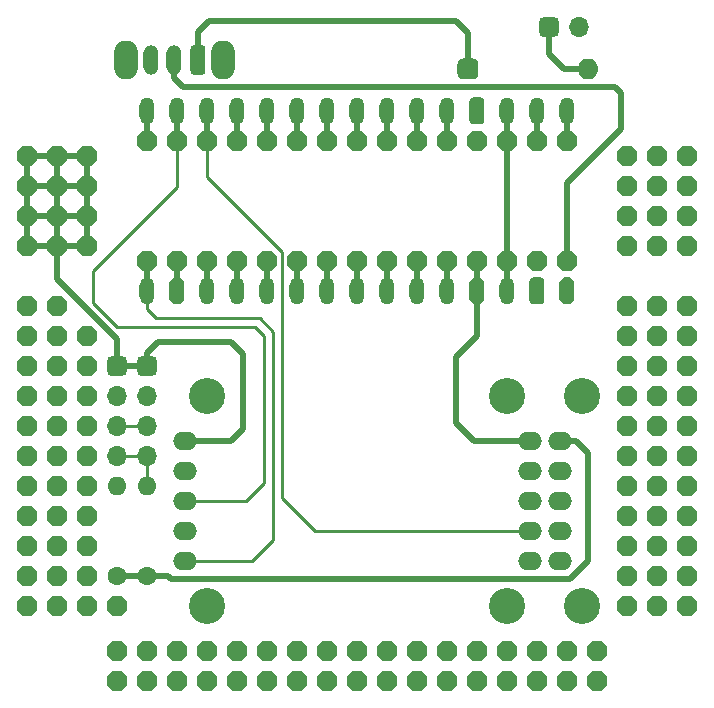
<source format=gbr>
%TF.GenerationSoftware,KiCad,Pcbnew,7.0.5-7.0.5~ubuntu22.04.1*%
%TF.CreationDate,2023-06-19T14:09:01+05:30*%
%TF.ProjectId,BagTag,42616754-6167-42e6-9b69-6361645f7063,v3*%
%TF.SameCoordinates,Original*%
%TF.FileFunction,Copper,L1,Top*%
%TF.FilePolarity,Positive*%
%FSLAX46Y46*%
G04 Gerber Fmt 4.6, Leading zero omitted, Abs format (unit mm)*
G04 Created by KiCad (PCBNEW 7.0.5-7.0.5~ubuntu22.04.1) date 2023-06-19 14:09:01*
%MOMM*%
%LPD*%
G01*
G04 APERTURE LIST*
G04 Aperture macros list*
%AMRoundRect*
0 Rectangle with rounded corners*
0 $1 Rounding radius*
0 $2 $3 $4 $5 $6 $7 $8 $9 X,Y pos of 4 corners*
0 Add a 4 corners polygon primitive as box body*
4,1,4,$2,$3,$4,$5,$6,$7,$8,$9,$2,$3,0*
0 Add four circle primitives for the rounded corners*
1,1,$1+$1,$2,$3*
1,1,$1+$1,$4,$5*
1,1,$1+$1,$6,$7*
1,1,$1+$1,$8,$9*
0 Add four rect primitives between the rounded corners*
20,1,$1+$1,$2,$3,$4,$5,0*
20,1,$1+$1,$4,$5,$6,$7,0*
20,1,$1+$1,$6,$7,$8,$9,0*
20,1,$1+$1,$8,$9,$2,$3,0*%
%AMOutline5P*
0 Free polygon, 5 corners , with rotation*
0 The origin of the aperture is its center*
0 number of corners: always 5*
0 $1 to $10 corner X, Y*
0 $11 Rotation angle, in degrees counterclockwise*
0 create outline with 5 corners*
4,1,5,$1,$2,$3,$4,$5,$6,$7,$8,$9,$10,$1,$2,$11*%
%AMOutline6P*
0 Free polygon, 6 corners , with rotation*
0 The origin of the aperture is its center*
0 number of corners: always 6*
0 $1 to $12 corner X, Y*
0 $13 Rotation angle, in degrees counterclockwise*
0 create outline with 6 corners*
4,1,6,$1,$2,$3,$4,$5,$6,$7,$8,$9,$10,$11,$12,$1,$2,$13*%
%AMOutline7P*
0 Free polygon, 7 corners , with rotation*
0 The origin of the aperture is its center*
0 number of corners: always 7*
0 $1 to $14 corner X, Y*
0 $15 Rotation angle, in degrees counterclockwise*
0 create outline with 7 corners*
4,1,7,$1,$2,$3,$4,$5,$6,$7,$8,$9,$10,$11,$12,$13,$14,$1,$2,$15*%
%AMOutline8P*
0 Free polygon, 8 corners , with rotation*
0 The origin of the aperture is its center*
0 number of corners: always 8*
0 $1 to $16 corner X, Y*
0 $17 Rotation angle, in degrees counterclockwise*
0 create outline with 8 corners*
4,1,8,$1,$2,$3,$4,$5,$6,$7,$8,$9,$10,$11,$12,$13,$14,$15,$16,$1,$2,$17*%
G04 Aperture macros list end*
%TA.AperFunction,ComponentPad*%
%ADD10Outline8P,-0.850000X0.340000X-0.340000X0.850000X0.340000X0.850000X0.850000X0.340000X0.850000X-0.340000X0.340000X-0.850000X-0.340000X-0.850000X-0.850000X-0.340000X180.000000*%
%TD*%
%TA.AperFunction,ComponentPad*%
%ADD11Outline8P,-0.850000X0.340000X-0.340000X0.850000X0.340000X0.850000X0.850000X0.340000X0.850000X-0.340000X0.340000X-0.850000X-0.340000X-0.850000X-0.850000X-0.340000X270.000000*%
%TD*%
%TA.AperFunction,WasherPad*%
%ADD12C,3.048000*%
%TD*%
%TA.AperFunction,ComponentPad*%
%ADD13O,2.032000X1.524000*%
%TD*%
%TA.AperFunction,ComponentPad*%
%ADD14RoundRect,0.425000X-0.425000X0.425000X-0.425000X-0.425000X0.425000X-0.425000X0.425000X0.425000X0*%
%TD*%
%TA.AperFunction,ComponentPad*%
%ADD15O,1.700000X1.700000*%
%TD*%
%TA.AperFunction,ComponentPad*%
%ADD16RoundRect,0.425000X-0.425000X-0.425000X0.425000X-0.425000X0.425000X0.425000X-0.425000X0.425000X0*%
%TD*%
%TA.AperFunction,ComponentPad*%
%ADD17C,1.600000*%
%TD*%
%TA.AperFunction,ComponentPad*%
%ADD18O,1.600000X1.600000*%
%TD*%
%TA.AperFunction,ComponentPad*%
%ADD19Outline8P,-0.850000X0.340000X-0.340000X0.850000X0.340000X0.850000X0.850000X0.340000X0.850000X-0.340000X0.340000X-0.850000X-0.340000X-0.850000X-0.850000X-0.340000X0.000000*%
%TD*%
%TA.AperFunction,ComponentPad*%
%ADD20Outline8P,-1.143000X0.254000X-0.762000X0.635000X0.762000X0.635000X1.143000X0.254000X1.143000X-0.254000X0.762000X-0.635000X-0.762000X-0.635000X-1.143000X-0.254000X270.000000*%
%TD*%
%TA.AperFunction,ComponentPad*%
%ADD21O,1.270000X2.286000*%
%TD*%
%TA.AperFunction,ComponentPad*%
%ADD22RoundRect,0.317500X-0.317500X0.825500X-0.317500X-0.825500X0.317500X-0.825500X0.317500X0.825500X0*%
%TD*%
%TA.AperFunction,ComponentPad*%
%ADD23O,2.032000X3.302000*%
%TD*%
%TA.AperFunction,ComponentPad*%
%ADD24RoundRect,0.317500X-0.317500X-0.952500X0.317500X-0.952500X0.317500X0.952500X-0.317500X0.952500X0*%
%TD*%
%TA.AperFunction,ComponentPad*%
%ADD25O,1.270000X2.540000*%
%TD*%
%TA.AperFunction,ComponentPad*%
%ADD26RoundRect,0.444500X-0.444500X-0.444500X0.444500X-0.444500X0.444500X0.444500X-0.444500X0.444500X0*%
%TD*%
%TA.AperFunction,ComponentPad*%
%ADD27O,1.778000X1.778000*%
%TD*%
%TA.AperFunction,Conductor*%
%ADD28C,0.254000*%
%TD*%
%TA.AperFunction,Conductor*%
%ADD29C,0.508000*%
%TD*%
G04 APERTURE END LIST*
D10*
%TO.P,J242,1,Pin_1*%
%TO.N,/GND*%
X105410000Y-71120000D03*
%TD*%
%TO.P,J234,1,Pin_1*%
%TO.N,/GND*%
X107950000Y-63500000D03*
%TD*%
D11*
%TO.P,J155,1,Pin_1*%
%TO.N,unconnected-(J155-Pin_1-Pad1)*%
X72390000Y-107950000D03*
%TD*%
D10*
%TO.P,J189,1,Pin_1*%
%TO.N,unconnected-(J189-Pin_1-Pad1)*%
X57150000Y-91440000D03*
%TD*%
D11*
%TO.P,J175,1,Pin_1*%
%TO.N,unconnected-(J175-Pin_1-Pad1)*%
X97790000Y-107950000D03*
%TD*%
D10*
%TO.P,J225,1,Pin_1*%
%TO.N,/5V*%
X57150000Y-66040000D03*
%TD*%
%TO.P,J142,1,Pin_1*%
%TO.N,unconnected-(J142-Pin_1-Pad1)*%
X107950000Y-81280000D03*
%TD*%
%TO.P,J186,1,Pin_1*%
%TO.N,unconnected-(J186-Pin_1-Pad1)*%
X57150000Y-83820000D03*
%TD*%
%TO.P,J144,1,Pin_1*%
%TO.N,unconnected-(J144-Pin_1-Pad1)*%
X107950000Y-86360000D03*
%TD*%
D11*
%TO.P,J154,1,Pin_1*%
%TO.N,unconnected-(J154-Pin_1-Pad1)*%
X69850000Y-107950000D03*
%TD*%
D10*
%TO.P,J226,1,Pin_1*%
%TO.N,/5V*%
X52070000Y-68580000D03*
%TD*%
%TO.P,J137,1,Pin_1*%
%TO.N,unconnected-(J137-Pin_1-Pad1)*%
X105410000Y-93980000D03*
%TD*%
%TO.P,J149,1,Pin_1*%
%TO.N,unconnected-(J149-Pin_1-Pad1)*%
X107950000Y-99060000D03*
%TD*%
%TO.P,J237,1,Pin_1*%
%TO.N,/GND*%
X107950000Y-66040000D03*
%TD*%
%TO.P,J140,1,Pin_1*%
%TO.N,unconnected-(J140-Pin_1-Pad1)*%
X107950000Y-76200000D03*
%TD*%
%TO.P,J132,1,Pin_1*%
%TO.N,unconnected-(J132-Pin_1-Pad1)*%
X105410000Y-81280000D03*
%TD*%
D11*
%TO.P,J158,1,Pin_1*%
%TO.N,unconnected-(J158-Pin_1-Pad1)*%
X80010000Y-107950000D03*
%TD*%
D10*
%TO.P,J111,1,Pin_1*%
%TO.N,unconnected-(J111-Pin_1-Pad1)*%
X54610000Y-78740000D03*
%TD*%
%TO.P,J124,1,Pin_1*%
%TO.N,unconnected-(J124-Pin_1-Pad1)*%
X102870000Y-86360000D03*
%TD*%
D11*
%TO.P,J174,1,Pin_1*%
%TO.N,unconnected-(J174-Pin_1-Pad1)*%
X95250000Y-107950000D03*
%TD*%
D10*
%TO.P,J143,1,Pin_1*%
%TO.N,unconnected-(J143-Pin_1-Pad1)*%
X107950000Y-83820000D03*
%TD*%
%TO.P,J145,1,Pin_1*%
%TO.N,unconnected-(J145-Pin_1-Pad1)*%
X107950000Y-88900000D03*
%TD*%
%TO.P,J236,1,Pin_1*%
%TO.N,/GND*%
X105410000Y-66040000D03*
%TD*%
%TO.P,J232,1,Pin_1*%
%TO.N,/GND*%
X102870000Y-63500000D03*
%TD*%
%TO.P,J133,1,Pin_1*%
%TO.N,unconnected-(J133-Pin_1-Pad1)*%
X105410000Y-83820000D03*
%TD*%
%TO.P,J148,1,Pin_1*%
%TO.N,unconnected-(J148-Pin_1-Pad1)*%
X107950000Y-96520000D03*
%TD*%
D11*
%TO.P,J196,1,Pin_1*%
%TO.N,unconnected-(J196-Pin_1-Pad1)*%
X59690000Y-101600000D03*
%TD*%
%TO.P,J160,1,Pin_1*%
%TO.N,unconnected-(J160-Pin_1-Pad1)*%
X59690000Y-105410000D03*
%TD*%
D12*
%TO.P,LED2,*%
%TO.N,*%
X99060000Y-83820000D03*
X99060000Y-101600000D03*
D13*
%TO.P,LED2,CLK,CLK*%
%TO.N,/SCK*%
X97155000Y-97790000D03*
%TO.P,LED2,CS,CS*%
%TO.N,/D10*%
X97155000Y-95250000D03*
%TO.P,LED2,DIN,DIN*%
%TO.N,/DOUT*%
X97155000Y-92710000D03*
%TO.P,LED2,GND,GND*%
%TO.N,/GND*%
X97155000Y-90170000D03*
%TO.P,LED2,VCC,VCC*%
%TO.N,/5V*%
X97155000Y-87630000D03*
%TD*%
D10*
%TO.P,J233,1,Pin_1*%
%TO.N,/GND*%
X105410000Y-63500000D03*
%TD*%
%TO.P,J128,1,Pin_1*%
%TO.N,unconnected-(J128-Pin_1-Pad1)*%
X102870000Y-96520000D03*
%TD*%
D11*
%TO.P,J164,1,Pin_1*%
%TO.N,unconnected-(J164-Pin_1-Pad1)*%
X69850000Y-105410000D03*
%TD*%
D10*
%TO.P,J102,1,Pin_1*%
%TO.N,unconnected-(J102-Pin_1-Pad1)*%
X52070000Y-81280000D03*
%TD*%
%TO.P,J230,1,Pin_1*%
%TO.N,/5V*%
X54610000Y-71120000D03*
%TD*%
D11*
%TO.P,J173,1,Pin_1*%
%TO.N,unconnected-(J173-Pin_1-Pad1)*%
X92710000Y-107950000D03*
%TD*%
D10*
%TO.P,J109,1,Pin_1*%
%TO.N,unconnected-(J109-Pin_1-Pad1)*%
X52070000Y-99060000D03*
%TD*%
%TO.P,J108,1,Pin_1*%
%TO.N,unconnected-(J108-Pin_1-Pad1)*%
X52070000Y-96520000D03*
%TD*%
%TO.P,J235,1,Pin_1*%
%TO.N,/GND*%
X102870000Y-66040000D03*
%TD*%
%TO.P,J227,1,Pin_1*%
%TO.N,/5V*%
X54610000Y-68580000D03*
%TD*%
D11*
%TO.P,J165,1,Pin_1*%
%TO.N,unconnected-(J165-Pin_1-Pad1)*%
X72390000Y-105410000D03*
%TD*%
D10*
%TO.P,J134,1,Pin_1*%
%TO.N,unconnected-(J134-Pin_1-Pad1)*%
X105410000Y-86360000D03*
%TD*%
D11*
%TO.P,J194,1,Pin_1*%
%TO.N,unconnected-(J194-Pin_1-Pad1)*%
X54610000Y-101600000D03*
%TD*%
%TO.P,J169,1,Pin_1*%
%TO.N,unconnected-(J169-Pin_1-Pad1)*%
X82550000Y-105410000D03*
%TD*%
D14*
%TO.P,BT1,1,+*%
%TO.N,/9V*%
X96256000Y-52578000D03*
D15*
%TO.P,BT1,2,-*%
%TO.N,/GND*%
X98796000Y-52578000D03*
%TD*%
D11*
%TO.P,J162,1,Pin_1*%
%TO.N,unconnected-(J162-Pin_1-Pad1)*%
X64769999Y-105410000D03*
%TD*%
D10*
%TO.P,J198,1,Pin_1*%
%TO.N,unconnected-(J198-Pin_1-Pad1)*%
X105410000Y-101600000D03*
%TD*%
%TO.P,J231,1,Pin_1*%
%TO.N,/5V*%
X57150000Y-71120000D03*
%TD*%
%TO.P,J191,1,Pin_1*%
%TO.N,unconnected-(J191-Pin_1-Pad1)*%
X57150000Y-96520000D03*
%TD*%
D11*
%TO.P,J172,1,Pin_1*%
%TO.N,unconnected-(J172-Pin_1-Pad1)*%
X90169999Y-107950000D03*
%TD*%
D10*
%TO.P,J138,1,Pin_1*%
%TO.N,unconnected-(J138-Pin_1-Pad1)*%
X105410000Y-96520000D03*
%TD*%
%TO.P,J113,1,Pin_1*%
%TO.N,unconnected-(J113-Pin_1-Pad1)*%
X54610000Y-83820000D03*
%TD*%
%TO.P,J135,1,Pin_1*%
%TO.N,unconnected-(J135-Pin_1-Pad1)*%
X105410000Y-88900000D03*
%TD*%
D16*
%TO.P,J2,1,Pin_1*%
%TO.N,/5V*%
X59690000Y-81280000D03*
D15*
%TO.P,J2,2,Pin_2*%
%TO.N,/GND*%
X59690000Y-83820000D03*
%TO.P,J2,3,Pin_3*%
%TO.N,/SDA*%
X59690000Y-86360000D03*
%TO.P,J2,4,Pin_4*%
%TO.N,/SCL*%
X59690000Y-88900000D03*
%TD*%
D10*
%TO.P,J223,1,Pin_1*%
%TO.N,/5V*%
X52070000Y-66040000D03*
%TD*%
D12*
%TO.P,LED1,*%
%TO.N,*%
X67310000Y-83820000D03*
X67310000Y-101600000D03*
X92710000Y-83820000D03*
X92710000Y-101600000D03*
D13*
%TO.P,LED1,CLK,CLK*%
%TO.N,/SCK*%
X65405000Y-97790000D03*
X94615000Y-97790000D03*
%TO.P,LED1,CS,CS*%
%TO.N,/D10*%
X65405000Y-95250000D03*
X94615000Y-95250000D03*
%TO.P,LED1,DIN,DIN*%
%TO.N,/MOSI*%
X65405000Y-92710000D03*
%TO.P,LED1,DOUT,DOUT*%
%TO.N,/DOUT*%
X94615000Y-92710000D03*
%TO.P,LED1,GND,GND*%
%TO.N,/GND*%
X65405000Y-90170000D03*
X94615000Y-90170000D03*
%TO.P,LED1,VCC,VCC*%
%TO.N,/5V*%
X65405000Y-87630000D03*
X94615000Y-87630000D03*
%TD*%
D11*
%TO.P,J171,1,Pin_1*%
%TO.N,unconnected-(J171-Pin_1-Pad1)*%
X87630000Y-107950000D03*
%TD*%
D10*
%TO.P,J106,1,Pin_1*%
%TO.N,unconnected-(J106-Pin_1-Pad1)*%
X52070000Y-91440000D03*
%TD*%
D11*
%TO.P,J153,1,Pin_1*%
%TO.N,unconnected-(J153-Pin_1-Pad1)*%
X67310000Y-107950000D03*
%TD*%
D10*
%TO.P,J121,1,Pin_1*%
%TO.N,unconnected-(J121-Pin_1-Pad1)*%
X102870000Y-78740000D03*
%TD*%
%TO.P,J107,1,Pin_1*%
%TO.N,unconnected-(J107-Pin_1-Pad1)*%
X52070000Y-93980000D03*
%TD*%
D16*
%TO.P,J1,1,Pin_1*%
%TO.N,/5V*%
X62230000Y-81280000D03*
D15*
%TO.P,J1,2,Pin_2*%
%TO.N,/GND*%
X62230000Y-83820000D03*
%TO.P,J1,3,Pin_3*%
%TO.N,/SDA*%
X62230000Y-86360000D03*
%TO.P,J1,4,Pin_4*%
%TO.N,/SCL*%
X62230000Y-88900000D03*
%TD*%
D10*
%TO.P,J221,1,Pin_1*%
%TO.N,/5V*%
X54610000Y-63500000D03*
%TD*%
%TO.P,J127,1,Pin_1*%
%TO.N,unconnected-(J127-Pin_1-Pad1)*%
X102870000Y-93980000D03*
%TD*%
D11*
%TO.P,J176,1,Pin_1*%
%TO.N,unconnected-(J176-Pin_1-Pad1)*%
X85090000Y-105410000D03*
%TD*%
D10*
%TO.P,J229,1,Pin_1*%
%TO.N,/5V*%
X52070000Y-71120000D03*
%TD*%
%TO.P,J222,1,Pin_1*%
%TO.N,/5V*%
X57150000Y-63500000D03*
%TD*%
%TO.P,J192,1,Pin_1*%
%TO.N,unconnected-(J192-Pin_1-Pad1)*%
X57150000Y-99060000D03*
%TD*%
D11*
%TO.P,J178,1,Pin_1*%
%TO.N,unconnected-(J178-Pin_1-Pad1)*%
X90169999Y-105410000D03*
%TD*%
D10*
%TO.P,J125,1,Pin_1*%
%TO.N,unconnected-(J125-Pin_1-Pad1)*%
X102870000Y-88900000D03*
%TD*%
%TO.P,J117,1,Pin_1*%
%TO.N,unconnected-(J117-Pin_1-Pad1)*%
X54610000Y-93980000D03*
%TD*%
%TO.P,J100,1,Pin_1*%
%TO.N,unconnected-(J100-Pin_1-Pad1)*%
X52070000Y-76200000D03*
%TD*%
%TO.P,J184,1,Pin_1*%
%TO.N,unconnected-(J184-Pin_1-Pad1)*%
X57150000Y-78740000D03*
%TD*%
D11*
%TO.P,J170,1,Pin_1*%
%TO.N,unconnected-(J170-Pin_1-Pad1)*%
X85090000Y-107950000D03*
%TD*%
D10*
%TO.P,J110,1,Pin_1*%
%TO.N,unconnected-(J110-Pin_1-Pad1)*%
X54610000Y-76200000D03*
%TD*%
D11*
%TO.P,J151,1,Pin_1*%
%TO.N,unconnected-(J151-Pin_1-Pad1)*%
X62230000Y-107950000D03*
%TD*%
%TO.P,J167,1,Pin_1*%
%TO.N,unconnected-(J167-Pin_1-Pad1)*%
X77470001Y-105410000D03*
%TD*%
%TO.P,J193,1,Pin_1*%
%TO.N,unconnected-(J193-Pin_1-Pad1)*%
X52070000Y-101600000D03*
%TD*%
%TO.P,J157,1,Pin_1*%
%TO.N,unconnected-(J157-Pin_1-Pad1)*%
X77470001Y-107950000D03*
%TD*%
D10*
%TO.P,J123,1,Pin_1*%
%TO.N,unconnected-(J123-Pin_1-Pad1)*%
X102870000Y-83820000D03*
%TD*%
%TO.P,J187,1,Pin_1*%
%TO.N,unconnected-(J187-Pin_1-Pad1)*%
X57150000Y-86360000D03*
%TD*%
%TO.P,J182,1,Pin_1*%
%TO.N,unconnected-(J182-Pin_1-Pad1)*%
X100330000Y-105410000D03*
%TD*%
%TO.P,J220,1,Pin_1*%
%TO.N,/5V*%
X52070000Y-63500000D03*
%TD*%
D11*
%TO.P,J177,1,Pin_1*%
%TO.N,unconnected-(J177-Pin_1-Pad1)*%
X87630000Y-105410000D03*
%TD*%
D17*
%TO.P,R2,1*%
%TO.N,/5V*%
X62230000Y-99060000D03*
D18*
%TO.P,R2,2*%
%TO.N,/SCL*%
X62230000Y-91440000D03*
%TD*%
D10*
%TO.P,J243,1,Pin_1*%
%TO.N,/GND*%
X107950000Y-71120000D03*
%TD*%
%TO.P,J115,1,Pin_1*%
%TO.N,unconnected-(J115-Pin_1-Pad1)*%
X54610000Y-88900000D03*
%TD*%
%TO.P,J199,1,Pin_1*%
%TO.N,unconnected-(J199-Pin_1-Pad1)*%
X107950000Y-101600000D03*
%TD*%
%TO.P,J188,1,Pin_1*%
%TO.N,unconnected-(J188-Pin_1-Pad1)*%
X57150000Y-88900000D03*
%TD*%
%TO.P,J147,1,Pin_1*%
%TO.N,unconnected-(J147-Pin_1-Pad1)*%
X107950000Y-93980000D03*
%TD*%
D19*
%TO.P,J179,1,Pin_1*%
%TO.N,unconnected-(J179-Pin_1-Pad1)*%
X92710000Y-105410000D03*
%TD*%
D10*
%TO.P,J141,1,Pin_1*%
%TO.N,unconnected-(J141-Pin_1-Pad1)*%
X107950000Y-78740000D03*
%TD*%
D19*
%TO.P,J163,1,Pin_1*%
%TO.N,unconnected-(J163-Pin_1-Pad1)*%
X67310000Y-105410000D03*
%TD*%
D10*
%TO.P,J139,1,Pin_1*%
%TO.N,unconnected-(J139-Pin_1-Pad1)*%
X105410000Y-99060000D03*
%TD*%
%TO.P,J118,1,Pin_1*%
%TO.N,unconnected-(J118-Pin_1-Pad1)*%
X54610000Y-96520000D03*
%TD*%
%TO.P,J112,1,Pin_1*%
%TO.N,unconnected-(J112-Pin_1-Pad1)*%
X54610000Y-81280000D03*
%TD*%
%TO.P,J116,1,Pin_1*%
%TO.N,unconnected-(J116-Pin_1-Pad1)*%
X54610000Y-91440000D03*
%TD*%
%TO.P,J185,1,Pin_1*%
%TO.N,unconnected-(J185-Pin_1-Pad1)*%
X57150000Y-81280000D03*
%TD*%
%TO.P,J120,1,Pin_1*%
%TO.N,unconnected-(J120-Pin_1-Pad1)*%
X102870000Y-76200000D03*
%TD*%
D11*
%TO.P,J195,1,Pin_1*%
%TO.N,unconnected-(J195-Pin_1-Pad1)*%
X57149999Y-101600000D03*
%TD*%
%TO.P,J197,1,Pin_1*%
%TO.N,unconnected-(J197-Pin_1-Pad1)*%
X102870000Y-101600000D03*
%TD*%
D19*
%TO.P,J181,1,Pin_1*%
%TO.N,unconnected-(J181-Pin_1-Pad1)*%
X97790000Y-105410000D03*
%TD*%
D11*
%TO.P,J180,1,Pin_1*%
%TO.N,unconnected-(J180-Pin_1-Pad1)*%
X95250000Y-105410000D03*
%TD*%
D20*
%TO.P,U1,3V3,3.3V*%
%TO.N,/3V3*%
X64770000Y-74930000D03*
%TO.P,U1,5V,5V*%
%TO.N,/5V*%
X90170000Y-74930000D03*
D21*
%TO.P,U1,A0,A0*%
%TO.N,/A0*%
X69850000Y-74930000D03*
%TO.P,U1,A1,A1*%
%TO.N,/A1*%
X72390000Y-74930000D03*
%TO.P,U1,A2,A2*%
%TO.N,/A2*%
X74930000Y-74930000D03*
%TO.P,U1,A3,A3*%
%TO.N,/A3*%
X77470000Y-74930000D03*
%TO.P,U1,A4,A4/SDA*%
%TO.N,/SDA*%
X80010000Y-74930000D03*
%TO.P,U1,A5,A5/SCL*%
%TO.N,/SCL*%
X82550000Y-74930000D03*
%TO.P,U1,A6,A6*%
%TO.N,/A6*%
X85090000Y-74930000D03*
%TO.P,U1,A7,A7*%
%TO.N,/A7*%
X87630000Y-74930000D03*
%TO.P,U1,AREF,AREF*%
%TO.N,/AREF*%
X67310000Y-74930000D03*
%TO.P,U1,D0,D0/RX*%
%TO.N,/D0*%
X95250000Y-59690000D03*
%TO.P,U1,D1,D1/TX*%
%TO.N,/D1*%
X97790000Y-59690000D03*
%TO.P,U1,D2,D2_INT0*%
%TO.N,/D2*%
X87630000Y-59690000D03*
%TO.P,U1,D3,D3_INT1*%
%TO.N,/D3*%
X85090000Y-59690000D03*
%TO.P,U1,D4,D4*%
%TO.N,/D4*%
X82550000Y-59690000D03*
%TO.P,U1,D5,D5*%
%TO.N,/D5*%
X80010000Y-59690000D03*
%TO.P,U1,D6,D6*%
%TO.N,/D6*%
X77470000Y-59690000D03*
%TO.P,U1,D7,D7*%
%TO.N,/D7*%
X74930000Y-59690000D03*
%TO.P,U1,D8,D8*%
%TO.N,/D8*%
X72390000Y-59690000D03*
%TO.P,U1,D9,D9*%
%TO.N,/D9*%
X69850000Y-59690000D03*
%TO.P,U1,D10,D10*%
%TO.N,/D10*%
X67310000Y-59690000D03*
%TO.P,U1,D11,D11_MOSI*%
%TO.N,/MOSI*%
X64770000Y-59690000D03*
%TO.P,U1,D12,D12_MISO*%
%TO.N,/MISO*%
X62230000Y-59690000D03*
%TO.P,U1,D13,D13_SCK*%
%TO.N,/SCK*%
X62230000Y-74930000D03*
D22*
%TO.P,U1,GND1,GND*%
%TO.N,/GND*%
X90170000Y-59690000D03*
%TO.P,U1,GND2,GND*%
X95250000Y-74930000D03*
D21*
%TO.P,U1,RST1,RESET*%
%TO.N,/RST1*%
X92710000Y-59690000D03*
%TO.P,U1,RST2,RESET*%
X92710000Y-74930000D03*
D20*
%TO.P,U1,VIN,VIN*%
%TO.N,/VIN*%
X97790000Y-74930000D03*
%TD*%
D11*
%TO.P,J150,1,Pin_1*%
%TO.N,unconnected-(J150-Pin_1-Pad1)*%
X59690000Y-107950000D03*
%TD*%
D10*
%TO.P,J238,1,Pin_1*%
%TO.N,/GND*%
X102870000Y-68580000D03*
%TD*%
%TO.P,J122,1,Pin_1*%
%TO.N,unconnected-(J122-Pin_1-Pad1)*%
X102870000Y-81280000D03*
%TD*%
%TO.P,J183,1,Pin_1*%
%TO.N,unconnected-(J183-Pin_1-Pad1)*%
X100330000Y-107950000D03*
%TD*%
%TO.P,J126,1,Pin_1*%
%TO.N,unconnected-(J126-Pin_1-Pad1)*%
X102870000Y-91440000D03*
%TD*%
%TO.P,J103,1,Pin_1*%
%TO.N,unconnected-(J103-Pin_1-Pad1)*%
X52070000Y-83820000D03*
%TD*%
%TO.P,J131,1,Pin_1*%
%TO.N,unconnected-(J131-Pin_1-Pad1)*%
X105410000Y-78740000D03*
%TD*%
%TO.P,J136,1,Pin_1*%
%TO.N,unconnected-(J136-Pin_1-Pad1)*%
X105410000Y-91440000D03*
%TD*%
D23*
%TO.P,SW1,*%
%TO.N,*%
X68648000Y-55372000D03*
X60448000Y-55372000D03*
D24*
%TO.P,SW1,1,A*%
%TO.N,/8V3*%
X66548000Y-55372000D03*
D25*
%TO.P,SW1,2,B*%
%TO.N,/VIN*%
X64548000Y-55372000D03*
%TO.P,SW1,3*%
%TO.N,N/C*%
X62548000Y-55372000D03*
%TD*%
D10*
%TO.P,J114,1,Pin_1*%
%TO.N,unconnected-(J114-Pin_1-Pad1)*%
X54610000Y-86360000D03*
%TD*%
%TO.P,J104,1,Pin_1*%
%TO.N,unconnected-(J104-Pin_1-Pad1)*%
X52070000Y-86360000D03*
%TD*%
%TO.P,J228,1,Pin_1*%
%TO.N,/5V*%
X57150000Y-68580000D03*
%TD*%
D11*
%TO.P,J156,1,Pin_1*%
%TO.N,unconnected-(J156-Pin_1-Pad1)*%
X74930000Y-107950000D03*
%TD*%
D10*
%TO.P,J130,1,Pin_1*%
%TO.N,unconnected-(J130-Pin_1-Pad1)*%
X105410000Y-76200000D03*
%TD*%
%TO.P,J119,1,Pin_1*%
%TO.N,unconnected-(J119-Pin_1-Pad1)*%
X54610000Y-99060000D03*
%TD*%
D11*
%TO.P,J152,1,Pin_1*%
%TO.N,unconnected-(J152-Pin_1-Pad1)*%
X64769999Y-107950000D03*
%TD*%
%TO.P,J168,1,Pin_1*%
%TO.N,unconnected-(J168-Pin_1-Pad1)*%
X80010000Y-105410000D03*
%TD*%
%TO.P,J166,1,Pin_1*%
%TO.N,unconnected-(J166-Pin_1-Pad1)*%
X74930000Y-105410000D03*
%TD*%
D10*
%TO.P,J241,1,Pin_1*%
%TO.N,/GND*%
X102870000Y-71120000D03*
%TD*%
%TO.P,J239,1,Pin_1*%
%TO.N,/GND*%
X105410000Y-68580000D03*
%TD*%
%TO.P,J105,1,Pin_1*%
%TO.N,unconnected-(J105-Pin_1-Pad1)*%
X52070000Y-88900000D03*
%TD*%
%TO.P,J101,1,Pin_1*%
%TO.N,unconnected-(J101-Pin_1-Pad1)*%
X52070000Y-78740000D03*
%TD*%
%TO.P,J129,1,Pin_1*%
%TO.N,unconnected-(J129-Pin_1-Pad1)*%
X102870000Y-99060000D03*
%TD*%
D11*
%TO.P,J161,1,Pin_1*%
%TO.N,unconnected-(J161-Pin_1-Pad1)*%
X62230000Y-105410000D03*
%TD*%
D26*
%TO.P,D1,1,K*%
%TO.N,/8V3*%
X89408000Y-56134000D03*
D27*
%TO.P,D1,2,A*%
%TO.N,/9V*%
X99568000Y-56134000D03*
%TD*%
D10*
%TO.P,J224,1,Pin_1*%
%TO.N,/5V*%
X54610000Y-66040000D03*
%TD*%
D17*
%TO.P,R1,1*%
%TO.N,/5V*%
X59690000Y-99060000D03*
D18*
%TO.P,R1,2*%
%TO.N,/SDA*%
X59690000Y-91440000D03*
%TD*%
D11*
%TO.P,J159,1,Pin_1*%
%TO.N,unconnected-(J159-Pin_1-Pad1)*%
X82550000Y-107950000D03*
%TD*%
D10*
%TO.P,J190,1,Pin_1*%
%TO.N,unconnected-(J190-Pin_1-Pad1)*%
X57150000Y-93980000D03*
%TD*%
%TO.P,J240,1,Pin_1*%
%TO.N,/GND*%
X107950000Y-68580000D03*
%TD*%
%TO.P,J146,1,Pin_1*%
%TO.N,unconnected-(J146-Pin_1-Pad1)*%
X107950000Y-91440000D03*
%TD*%
D11*
%TO.P,J10,1,Pin_1*%
%TO.N,/D2*%
X87630000Y-62230000D03*
%TD*%
%TO.P,J25,1,Pin_1*%
%TO.N,/D1*%
X97790000Y-62230000D03*
%TD*%
%TO.P,J18,1,Pin_1*%
%TO.N,/D10*%
X67310000Y-62230000D03*
%TD*%
%TO.P,J35,1,Pin_1*%
%TO.N,/VIN*%
X97790000Y-72390000D03*
%TD*%
%TO.P,J32,1,Pin_1*%
%TO.N,/A1*%
X72390000Y-72390000D03*
%TD*%
%TO.P,J24,1,Pin_1*%
%TO.N,/D0*%
X95250000Y-62230000D03*
%TD*%
%TO.P,J13,1,Pin_1*%
%TO.N,/D5*%
X80010000Y-62230000D03*
%TD*%
%TO.P,J20,1,Pin_1*%
%TO.N,/MISO*%
X62230000Y-62230000D03*
%TD*%
%TO.P,J11,1,Pin_1*%
%TO.N,/D3*%
X85090000Y-62230000D03*
%TD*%
%TO.P,J22,1,Pin_1*%
%TO.N,/RST1*%
X92709999Y-62230000D03*
%TD*%
%TO.P,J39,1,Pin_1*%
%TO.N,/GND*%
X90170000Y-62230000D03*
%TD*%
%TO.P,J36,1,Pin_1*%
%TO.N,/5V*%
X90170000Y-72390000D03*
%TD*%
%TO.P,J21,1,Pin_1*%
%TO.N,/SCK*%
X62230000Y-72390000D03*
%TD*%
%TO.P,J26,1,Pin_1*%
%TO.N,/A7*%
X87630000Y-72390000D03*
%TD*%
%TO.P,J34,1,Pin_1*%
%TO.N,/AREF*%
X67310000Y-72390000D03*
%TD*%
%TO.P,J29,1,Pin_1*%
%TO.N,/SDA*%
X80010000Y-72390000D03*
%TD*%
%TO.P,J17,1,Pin_1*%
%TO.N,/D9*%
X69849999Y-62230000D03*
%TD*%
%TO.P,J12,1,Pin_1*%
%TO.N,/D4*%
X82550001Y-62230000D03*
%TD*%
%TO.P,J23,1,Pin_1*%
%TO.N,/RST1*%
X92710000Y-72389999D03*
%TD*%
%TO.P,J16,1,Pin_1*%
%TO.N,/D8*%
X72390000Y-62230000D03*
%TD*%
%TO.P,J38,1,Pin_1*%
%TO.N,/GND*%
X95250000Y-72390000D03*
%TD*%
%TO.P,J33,1,Pin_1*%
%TO.N,/A0*%
X69850000Y-72389999D03*
%TD*%
%TO.P,J27,1,Pin_1*%
%TO.N,/A6*%
X85090000Y-72390000D03*
%TD*%
%TO.P,J37,1,Pin_1*%
%TO.N,/3V3*%
X64770000Y-72390000D03*
%TD*%
%TO.P,J30,1,Pin_1*%
%TO.N,/A3*%
X77470000Y-72390000D03*
%TD*%
%TO.P,J15,1,Pin_1*%
%TO.N,/D7*%
X74930000Y-62230000D03*
%TD*%
%TO.P,J28,1,Pin_1*%
%TO.N,/SCL*%
X82550000Y-72389999D03*
%TD*%
%TO.P,J31,1,Pin_1*%
%TO.N,/A2*%
X74930000Y-72390000D03*
%TD*%
%TO.P,J14,1,Pin_1*%
%TO.N,/D6*%
X77470000Y-62230000D03*
%TD*%
%TO.P,J19,1,Pin_1*%
%TO.N,/MOSI*%
X64770000Y-62230000D03*
%TD*%
D28*
%TO.N,/SCL*%
X62230000Y-91440000D02*
X62230000Y-88900000D01*
X59690000Y-88900000D02*
X62230000Y-88900000D01*
D29*
X82550000Y-72389999D02*
X82550000Y-74930000D01*
D28*
%TO.N,/SDA*%
X59690000Y-86360000D02*
X62230000Y-86360000D01*
D29*
X80010000Y-74930000D02*
X80010000Y-72390000D01*
%TO.N,/5V*%
X90170000Y-74930000D02*
X90170000Y-72390000D01*
X54610000Y-68580000D02*
X54610000Y-66040000D01*
X59690000Y-99060000D02*
X62230000Y-99060000D01*
X69342000Y-87630000D02*
X65405000Y-87630000D01*
X52070000Y-66040000D02*
X54610000Y-66040000D01*
X52070000Y-66040000D02*
X52070000Y-68580000D01*
X54610000Y-71120000D02*
X57150000Y-71120000D01*
X54610000Y-66040000D02*
X57150000Y-66040000D01*
X64262000Y-99314000D02*
X98044000Y-99314000D01*
X88392000Y-80518000D02*
X90170000Y-78740000D01*
X52070000Y-63500000D02*
X54610000Y-63500000D01*
X54610000Y-73914000D02*
X54610000Y-71120000D01*
X54610000Y-68580000D02*
X57150000Y-68580000D01*
X59690000Y-81280000D02*
X59690000Y-78994000D01*
X99568000Y-97790000D02*
X99568000Y-88646000D01*
X70358000Y-80264000D02*
X70358000Y-86614000D01*
X70358000Y-86614000D02*
X69342000Y-87630000D01*
X54610000Y-63500000D02*
X57150000Y-63500000D01*
X63119000Y-79248000D02*
X69342000Y-79248000D01*
X59690000Y-81280000D02*
X62230000Y-81280000D01*
X99568000Y-88646000D02*
X98552000Y-87630000D01*
X52070000Y-68580000D02*
X52070000Y-71120000D01*
X59690000Y-78994000D02*
X54610000Y-73914000D01*
X88392000Y-86106000D02*
X88392000Y-80518000D01*
X69342000Y-79248000D02*
X70358000Y-80264000D01*
X98552000Y-87630000D02*
X97155000Y-87630000D01*
X62230000Y-80137000D02*
X63119000Y-79248000D01*
X64008000Y-99060000D02*
X64262000Y-99314000D01*
X94615000Y-87630000D02*
X89916000Y-87630000D01*
X57150000Y-66040000D02*
X57150000Y-68580000D01*
X89916000Y-87630000D02*
X88392000Y-86106000D01*
X57150000Y-63500000D02*
X57150000Y-66040000D01*
X98044000Y-99314000D02*
X99568000Y-97790000D01*
X52070000Y-68580000D02*
X54610000Y-68580000D01*
X57150000Y-68580000D02*
X57150000Y-71120000D01*
X52070000Y-71120000D02*
X54610000Y-71120000D01*
X52070000Y-63500000D02*
X52070000Y-66040000D01*
X54610000Y-66040000D02*
X54610000Y-63500000D01*
X90170000Y-78740000D02*
X90170000Y-74930000D01*
X62230000Y-81280000D02*
X62230000Y-80137000D01*
X62230000Y-99060000D02*
X64008000Y-99060000D01*
X54610000Y-71120000D02*
X54610000Y-68580000D01*
%TO.N,/D2*%
X87630000Y-59690000D02*
X87630000Y-62230000D01*
%TO.N,/D3*%
X85090000Y-59690000D02*
X85090000Y-62230000D01*
%TO.N,/D4*%
X82550000Y-59690000D02*
X82550001Y-62230000D01*
%TO.N,/D5*%
X80010000Y-59690000D02*
X80010000Y-62230000D01*
%TO.N,/D6*%
X77470000Y-59690000D02*
X77470000Y-62230000D01*
%TO.N,/D7*%
X74930000Y-59690000D02*
X74930000Y-62230000D01*
%TO.N,/D8*%
X72390000Y-59690000D02*
X72390000Y-62230000D01*
%TO.N,/D9*%
X69850000Y-59690000D02*
X69849999Y-62230000D01*
D28*
%TO.N,/D10*%
X73660000Y-92456000D02*
X73660000Y-71628000D01*
X67310000Y-65278000D02*
X67310000Y-62230000D01*
X76454000Y-95250000D02*
X73660000Y-92456000D01*
X73660000Y-71628000D02*
X67310000Y-65278000D01*
X94615000Y-95250000D02*
X76454000Y-95250000D01*
D29*
X67310000Y-59690000D02*
X67310000Y-62230000D01*
D28*
%TO.N,/MOSI*%
X57658000Y-73215500D02*
X57658000Y-75946000D01*
X64770000Y-62230000D02*
X64770000Y-66103500D01*
D29*
X64770000Y-59690000D02*
X64770000Y-62230000D01*
D28*
X72136000Y-91186000D02*
X70612000Y-92710000D01*
X64770000Y-66103500D02*
X57658000Y-73215500D01*
X71374000Y-77978000D02*
X72136000Y-78740000D01*
X70612000Y-92710000D02*
X65405000Y-92710000D01*
X59690000Y-77978000D02*
X71374000Y-77978000D01*
X57658000Y-75946000D02*
X59690000Y-77978000D01*
X72136000Y-78740000D02*
X72136000Y-91186000D01*
D29*
%TO.N,/MISO*%
X62230000Y-59690000D02*
X62230000Y-62230000D01*
%TO.N,/SCK*%
X62230000Y-74930000D02*
X62230000Y-72390000D01*
D28*
X71120000Y-97790000D02*
X65405000Y-97790000D01*
X71755000Y-77216000D02*
X72898000Y-78359000D01*
X72898000Y-96012000D02*
X71120000Y-97790000D01*
X62992000Y-77216000D02*
X71755000Y-77216000D01*
X62230000Y-74930000D02*
X62230000Y-76454000D01*
X72898000Y-78359000D02*
X72898000Y-96012000D01*
X62230000Y-76454000D02*
X62992000Y-77216000D01*
D29*
%TO.N,/RST1*%
X92710000Y-72389999D02*
X92710000Y-74930000D01*
X92710000Y-59690000D02*
X92709999Y-62230000D01*
X92710000Y-72389999D02*
X92709999Y-62230000D01*
%TO.N,/D0*%
X95250000Y-59690000D02*
X95250000Y-62230000D01*
%TO.N,/D1*%
X97790000Y-59690000D02*
X97790000Y-62230000D01*
%TO.N,/A7*%
X87630000Y-72390000D02*
X87630000Y-74930000D01*
%TO.N,/A6*%
X85090000Y-74930000D02*
X85090000Y-72390000D01*
%TO.N,/A3*%
X77470000Y-74930000D02*
X77470000Y-72390000D01*
%TO.N,/A2*%
X74930000Y-72390000D02*
X74930000Y-74930000D01*
%TO.N,/A1*%
X72390000Y-74930000D02*
X72390000Y-72390000D01*
%TO.N,/A0*%
X69850000Y-72389999D02*
X69850000Y-74930000D01*
%TO.N,/AREF*%
X67310000Y-74930000D02*
X67310000Y-72390000D01*
%TO.N,/3V3*%
X64770000Y-72390000D02*
X64770000Y-74930000D01*
%TO.N,/VIN*%
X64548000Y-56928000D02*
X64548000Y-55372000D01*
X97790000Y-72390000D02*
X97790000Y-65786000D01*
X102362000Y-61214000D02*
X102362000Y-58166000D01*
X97790000Y-65786000D02*
X102362000Y-61214000D01*
X101854000Y-57658000D02*
X65278000Y-57658000D01*
X102362000Y-58166000D02*
X101854000Y-57658000D01*
X65278000Y-57658000D02*
X64548000Y-56928000D01*
%TO.N,/9V*%
X97536000Y-56134000D02*
X99568000Y-56134000D01*
X96256000Y-52578000D02*
X96256000Y-54854000D01*
X96256000Y-54854000D02*
X97536000Y-56134000D01*
%TO.N,/8V3*%
X67437000Y-52070000D02*
X66548000Y-52959000D01*
X89408000Y-56134000D02*
X89408000Y-53086000D01*
X66548000Y-52959000D02*
X66548000Y-55372000D01*
X88392000Y-52070000D02*
X67437000Y-52070000D01*
X89408000Y-53086000D02*
X88392000Y-52070000D01*
%TD*%
M02*

</source>
